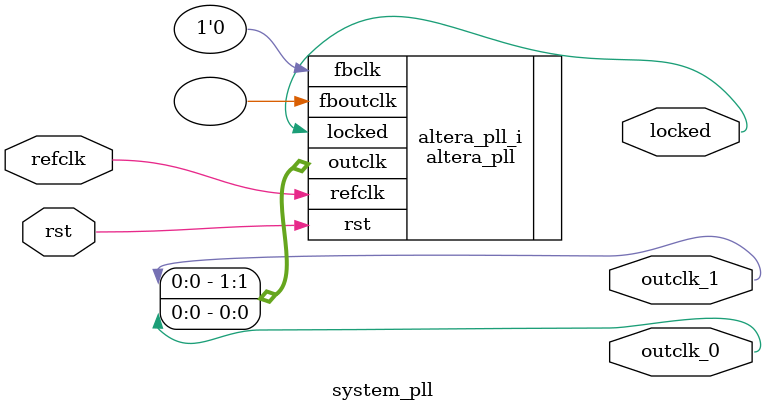
<source format=v>
`timescale 1ns/10ps
module  system_pll(

	// interface 'refclk'
	input wire refclk,

	// interface 'reset'
	input wire rst,

	// interface 'outclk0'
	output wire outclk_0,

	// interface 'outclk1'
	output wire outclk_1,

	// interface 'locked'
	output wire locked
);

	altera_pll #(
		.fractional_vco_multiplier("false"),
		.reference_clock_frequency("50.0 MHz"),
		.operation_mode("direct"),
		.number_of_clocks(2),
		.output_clock_frequency0("100.000000 MHz"),
		.phase_shift0("0 ps"),
		.duty_cycle0(50),
		.output_clock_frequency1("100.000000 MHz"),
		.phase_shift1("-3000 ps"),
		.duty_cycle1(50),
		.output_clock_frequency2("0 MHz"),
		.phase_shift2("0 ps"),
		.duty_cycle2(50),
		.output_clock_frequency3("0 MHz"),
		.phase_shift3("0 ps"),
		.duty_cycle3(50),
		.output_clock_frequency4("0 MHz"),
		.phase_shift4("0 ps"),
		.duty_cycle4(50),
		.output_clock_frequency5("0 MHz"),
		.phase_shift5("0 ps"),
		.duty_cycle5(50),
		.output_clock_frequency6("0 MHz"),
		.phase_shift6("0 ps"),
		.duty_cycle6(50),
		.output_clock_frequency7("0 MHz"),
		.phase_shift7("0 ps"),
		.duty_cycle7(50),
		.output_clock_frequency8("0 MHz"),
		.phase_shift8("0 ps"),
		.duty_cycle8(50),
		.output_clock_frequency9("0 MHz"),
		.phase_shift9("0 ps"),
		.duty_cycle9(50),
		.output_clock_frequency10("0 MHz"),
		.phase_shift10("0 ps"),
		.duty_cycle10(50),
		.output_clock_frequency11("0 MHz"),
		.phase_shift11("0 ps"),
		.duty_cycle11(50),
		.output_clock_frequency12("0 MHz"),
		.phase_shift12("0 ps"),
		.duty_cycle12(50),
		.output_clock_frequency13("0 MHz"),
		.phase_shift13("0 ps"),
		.duty_cycle13(50),
		.output_clock_frequency14("0 MHz"),
		.phase_shift14("0 ps"),
		.duty_cycle14(50),
		.output_clock_frequency15("0 MHz"),
		.phase_shift15("0 ps"),
		.duty_cycle15(50),
		.output_clock_frequency16("0 MHz"),
		.phase_shift16("0 ps"),
		.duty_cycle16(50),
		.output_clock_frequency17("0 MHz"),
		.phase_shift17("0 ps"),
		.duty_cycle17(50),
		.pll_type("General"),
		.pll_subtype("General")
	) altera_pll_i (
		.rst	(rst),
		.outclk	({outclk_1, outclk_0}),
		.locked	(locked),
		.fboutclk	( ),
		.fbclk	(1'b0),
		.refclk	(refclk)
	);
endmodule


</source>
